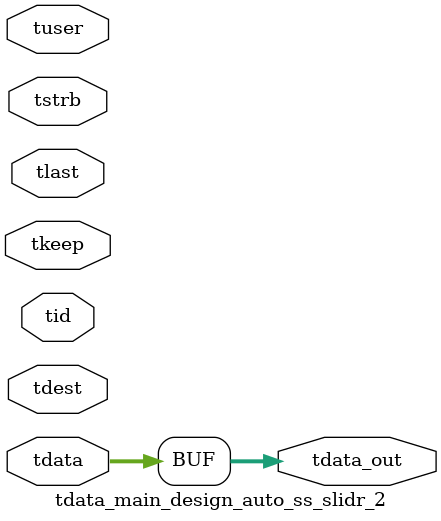
<source format=v>


`timescale 1ps/1ps

module tdata_main_design_auto_ss_slidr_2 #
(
parameter C_S_AXIS_TDATA_WIDTH = 32,
parameter C_S_AXIS_TUSER_WIDTH = 0,
parameter C_S_AXIS_TID_WIDTH   = 0,
parameter C_S_AXIS_TDEST_WIDTH = 0,
parameter C_M_AXIS_TDATA_WIDTH = 32
)
(
input  [(C_S_AXIS_TDATA_WIDTH == 0 ? 1 : C_S_AXIS_TDATA_WIDTH)-1:0     ] tdata,
input  [(C_S_AXIS_TUSER_WIDTH == 0 ? 1 : C_S_AXIS_TUSER_WIDTH)-1:0     ] tuser,
input  [(C_S_AXIS_TID_WIDTH   == 0 ? 1 : C_S_AXIS_TID_WIDTH)-1:0       ] tid,
input  [(C_S_AXIS_TDEST_WIDTH == 0 ? 1 : C_S_AXIS_TDEST_WIDTH)-1:0     ] tdest,
input  [(C_S_AXIS_TDATA_WIDTH/8)-1:0 ] tkeep,
input  [(C_S_AXIS_TDATA_WIDTH/8)-1:0 ] tstrb,
input                                                                    tlast,
output [C_M_AXIS_TDATA_WIDTH-1:0] tdata_out
);

assign tdata_out = {tdata[31:0]};

endmodule


</source>
